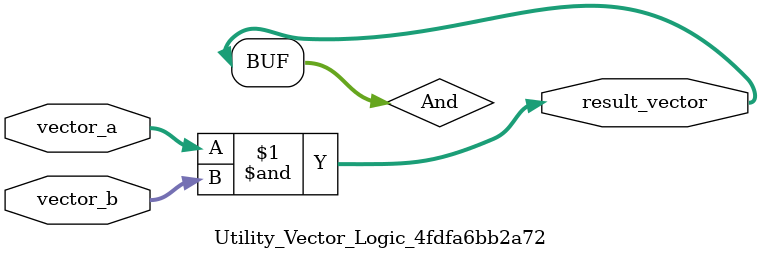
<source format=v>

module Utility_Vector_Logic_4fdfa6bb2a72 #(parameter OPERATION = 0, 
        parameter SIZE = 8) (
    input [(SIZE - 1):0] vector_a, 
    input [(SIZE - 1):0] vector_b, 
    output [(SIZE - 1):0] result_vector) ;
    wire [(SIZE - 1):0] And ; 
    wire [(SIZE - 1):0] Or ; 
    wire [(SIZE - 1):0] Xor ; 
    wire [(SIZE - 1):0] Not ; 
    assign And = (vector_a & vector_b) ; 
    assign Or = (vector_a | vector_b) ; 
    assign Xor = (vector_a ^ vector_b) ; 
    assign Not = (~vector_a) ; 
    assign result_vector = ((OPERATION == 0) ? And : ((OPERATION == 1) ? Or : ((OPERATION == 2) ? Xor : Not))) ; 
endmodule



</source>
